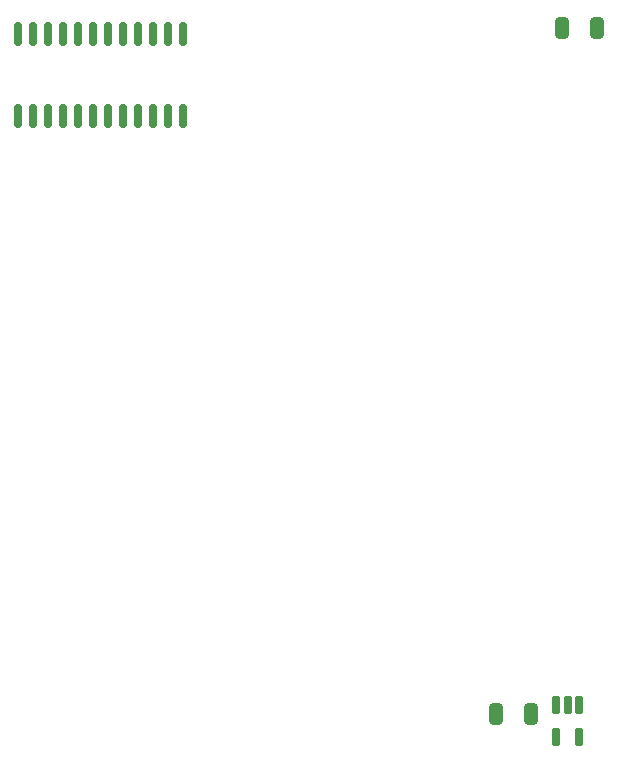
<source format=gbr>
%TF.GenerationSoftware,KiCad,Pcbnew,8.0.5-8.0.5-0~ubuntu22.04.1*%
%TF.CreationDate,2024-10-05T20:40:55+02:00*%
%TF.ProjectId,MOT_SerialBoard,4d4f545f-5365-4726-9961-6c426f617264,rev?*%
%TF.SameCoordinates,Original*%
%TF.FileFunction,Paste,Top*%
%TF.FilePolarity,Positive*%
%FSLAX46Y46*%
G04 Gerber Fmt 4.6, Leading zero omitted, Abs format (unit mm)*
G04 Created by KiCad (PCBNEW 8.0.5-8.0.5-0~ubuntu22.04.1) date 2024-10-05 20:40:55*
%MOMM*%
%LPD*%
G01*
G04 APERTURE LIST*
G04 Aperture macros list*
%AMRoundRect*
0 Rectangle with rounded corners*
0 $1 Rounding radius*
0 $2 $3 $4 $5 $6 $7 $8 $9 X,Y pos of 4 corners*
0 Add a 4 corners polygon primitive as box body*
4,1,4,$2,$3,$4,$5,$6,$7,$8,$9,$2,$3,0*
0 Add four circle primitives for the rounded corners*
1,1,$1+$1,$2,$3*
1,1,$1+$1,$4,$5*
1,1,$1+$1,$6,$7*
1,1,$1+$1,$8,$9*
0 Add four rect primitives between the rounded corners*
20,1,$1+$1,$2,$3,$4,$5,0*
20,1,$1+$1,$4,$5,$6,$7,0*
20,1,$1+$1,$6,$7,$8,$9,0*
20,1,$1+$1,$8,$9,$2,$3,0*%
G04 Aperture macros list end*
%ADD10RoundRect,0.250000X-0.325000X-0.650000X0.325000X-0.650000X0.325000X0.650000X-0.325000X0.650000X0*%
%ADD11RoundRect,0.162500X-0.162500X0.617500X-0.162500X-0.617500X0.162500X-0.617500X0.162500X0.617500X0*%
%ADD12RoundRect,0.150000X0.150000X-0.837500X0.150000X0.837500X-0.150000X0.837500X-0.150000X-0.837500X0*%
%ADD13RoundRect,0.250000X0.325000X0.650000X-0.325000X0.650000X-0.325000X-0.650000X0.325000X-0.650000X0*%
G04 APERTURE END LIST*
D10*
%TO.C,C3*%
X144725000Y-64500000D03*
X147675000Y-64500000D03*
%TD*%
D11*
%TO.C,U5*%
X146172000Y-121760000D03*
X145222000Y-121760000D03*
X144272000Y-121760000D03*
X144272000Y-124460000D03*
X146172000Y-124460000D03*
%TD*%
D12*
%TO.C,U9*%
X98714717Y-71919580D03*
X99984717Y-71919580D03*
X101254717Y-71919580D03*
X102524717Y-71919580D03*
X103794717Y-71919580D03*
X105064717Y-71919580D03*
X106334717Y-71919580D03*
X107604717Y-71919580D03*
X108874717Y-71919580D03*
X110144717Y-71919580D03*
X111414717Y-71919580D03*
X112684717Y-71919580D03*
X112684717Y-64994580D03*
X111414717Y-64994580D03*
X110144717Y-64994580D03*
X108874717Y-64994580D03*
X107604717Y-64994580D03*
X106334717Y-64994580D03*
X105064717Y-64994580D03*
X103794717Y-64994580D03*
X102524717Y-64994580D03*
X101254717Y-64994580D03*
X99984717Y-64994580D03*
X98714717Y-64994580D03*
%TD*%
D13*
%TO.C,C7*%
X142100000Y-122525000D03*
X139150000Y-122525000D03*
%TD*%
M02*

</source>
